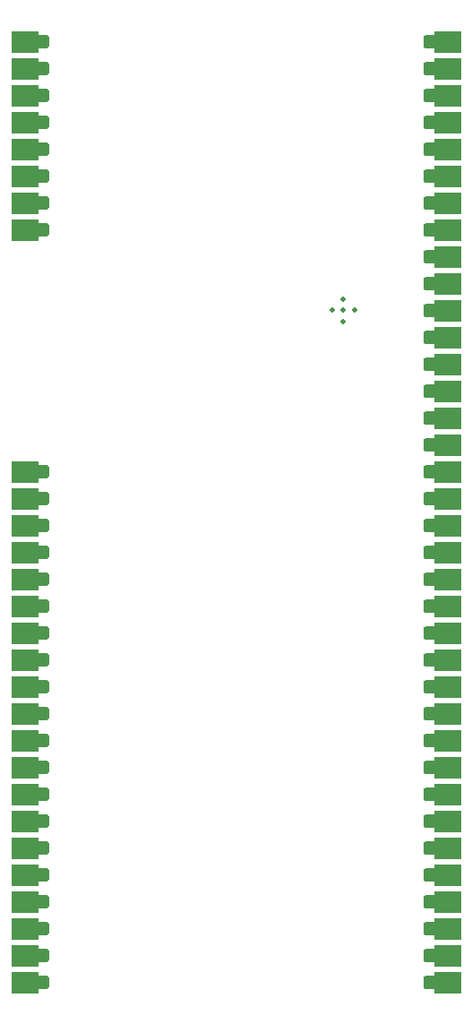
<source format=gbs>
G04 #@! TF.GenerationSoftware,KiCad,Pcbnew,9.0.1+1*
G04 #@! TF.CreationDate,2025-11-11T08:29:33+00:00*
G04 #@! TF.ProjectId,lcd-panel,6c63642d-7061-46e6-956c-2e6b69636164,rev?*
G04 #@! TF.SameCoordinates,Original*
G04 #@! TF.FileFunction,Soldermask,Bot*
G04 #@! TF.FilePolarity,Negative*
%FSLAX46Y46*%
G04 Gerber Fmt 4.6, Leading zero omitted, Abs format (unit mm)*
G04 Created by KiCad (PCBNEW 9.0.1+1) date 2025-11-11 08:29:33*
%MOMM*%
%LPD*%
G01*
G04 APERTURE LIST*
%ADD10R,2.540000X2.000000*%
%ADD11C,0.500000*%
G04 APERTURE END LIST*
D10*
X88400000Y-51440000D03*
G36*
G01*
X90725000Y-51065000D02*
X90725000Y-51815000D01*
G75*
G02*
X90475000Y-52065000I-250000J0D01*
G01*
X89725000Y-52065000D01*
G75*
G02*
X89475000Y-51815000I0J250000D01*
G01*
X89475000Y-51065000D01*
G75*
G02*
X89725000Y-50815000I250000J0D01*
G01*
X90475000Y-50815000D01*
G75*
G02*
X90725000Y-51065000I0J-250000D01*
G01*
G37*
X88400000Y-53980000D03*
G36*
G01*
X90725000Y-53605000D02*
X90725000Y-54355000D01*
G75*
G02*
X90475000Y-54605000I-250000J0D01*
G01*
X89725000Y-54605000D01*
G75*
G02*
X89475000Y-54355000I0J250000D01*
G01*
X89475000Y-53605000D01*
G75*
G02*
X89725000Y-53355000I250000J0D01*
G01*
X90475000Y-53355000D01*
G75*
G02*
X90725000Y-53605000I0J-250000D01*
G01*
G37*
X88400000Y-56520000D03*
G36*
G01*
X90725000Y-56145000D02*
X90725000Y-56895000D01*
G75*
G02*
X90475000Y-57145000I-250000J0D01*
G01*
X89725000Y-57145000D01*
G75*
G02*
X89475000Y-56895000I0J250000D01*
G01*
X89475000Y-56145000D01*
G75*
G02*
X89725000Y-55895000I250000J0D01*
G01*
X90475000Y-55895000D01*
G75*
G02*
X90725000Y-56145000I0J-250000D01*
G01*
G37*
X88400000Y-59060000D03*
G36*
G01*
X90725000Y-58685000D02*
X90725000Y-59435000D01*
G75*
G02*
X90475000Y-59685000I-250000J0D01*
G01*
X89725000Y-59685000D01*
G75*
G02*
X89475000Y-59435000I0J250000D01*
G01*
X89475000Y-58685000D01*
G75*
G02*
X89725000Y-58435000I250000J0D01*
G01*
X90475000Y-58435000D01*
G75*
G02*
X90725000Y-58685000I0J-250000D01*
G01*
G37*
X88400000Y-61600000D03*
G36*
G01*
X90725000Y-61225000D02*
X90725000Y-61975000D01*
G75*
G02*
X90475000Y-62225000I-250000J0D01*
G01*
X89725000Y-62225000D01*
G75*
G02*
X89475000Y-61975000I0J250000D01*
G01*
X89475000Y-61225000D01*
G75*
G02*
X89725000Y-60975000I250000J0D01*
G01*
X90475000Y-60975000D01*
G75*
G02*
X90725000Y-61225000I0J-250000D01*
G01*
G37*
X88400000Y-64140000D03*
G36*
G01*
X90725000Y-63765000D02*
X90725000Y-64515000D01*
G75*
G02*
X90475000Y-64765000I-250000J0D01*
G01*
X89725000Y-64765000D01*
G75*
G02*
X89475000Y-64515000I0J250000D01*
G01*
X89475000Y-63765000D01*
G75*
G02*
X89725000Y-63515000I250000J0D01*
G01*
X90475000Y-63515000D01*
G75*
G02*
X90725000Y-63765000I0J-250000D01*
G01*
G37*
X88400000Y-66680000D03*
G36*
G01*
X90725000Y-66305000D02*
X90725000Y-67055000D01*
G75*
G02*
X90475000Y-67305000I-250000J0D01*
G01*
X89725000Y-67305000D01*
G75*
G02*
X89475000Y-67055000I0J250000D01*
G01*
X89475000Y-66305000D01*
G75*
G02*
X89725000Y-66055000I250000J0D01*
G01*
X90475000Y-66055000D01*
G75*
G02*
X90725000Y-66305000I0J-250000D01*
G01*
G37*
X88400000Y-69220000D03*
G36*
G01*
X90725000Y-68845000D02*
X90725000Y-69595000D01*
G75*
G02*
X90475000Y-69845000I-250000J0D01*
G01*
X89725000Y-69845000D01*
G75*
G02*
X89475000Y-69595000I0J250000D01*
G01*
X89475000Y-68845000D01*
G75*
G02*
X89725000Y-68595000I250000J0D01*
G01*
X90475000Y-68595000D01*
G75*
G02*
X90725000Y-68845000I0J-250000D01*
G01*
G37*
X88400000Y-92080000D03*
G36*
G01*
X90725000Y-91705000D02*
X90725000Y-92455000D01*
G75*
G02*
X90475000Y-92705000I-250000J0D01*
G01*
X89725000Y-92705000D01*
G75*
G02*
X89475000Y-92455000I0J250000D01*
G01*
X89475000Y-91705000D01*
G75*
G02*
X89725000Y-91455000I250000J0D01*
G01*
X90475000Y-91455000D01*
G75*
G02*
X90725000Y-91705000I0J-250000D01*
G01*
G37*
X88400000Y-94620000D03*
G36*
G01*
X90725000Y-94245000D02*
X90725000Y-94995000D01*
G75*
G02*
X90475000Y-95245000I-250000J0D01*
G01*
X89725000Y-95245000D01*
G75*
G02*
X89475000Y-94995000I0J250000D01*
G01*
X89475000Y-94245000D01*
G75*
G02*
X89725000Y-93995000I250000J0D01*
G01*
X90475000Y-93995000D01*
G75*
G02*
X90725000Y-94245000I0J-250000D01*
G01*
G37*
X88400000Y-97160000D03*
G36*
G01*
X90725000Y-96785000D02*
X90725000Y-97535000D01*
G75*
G02*
X90475000Y-97785000I-250000J0D01*
G01*
X89725000Y-97785000D01*
G75*
G02*
X89475000Y-97535000I0J250000D01*
G01*
X89475000Y-96785000D01*
G75*
G02*
X89725000Y-96535000I250000J0D01*
G01*
X90475000Y-96535000D01*
G75*
G02*
X90725000Y-96785000I0J-250000D01*
G01*
G37*
X88400000Y-99700000D03*
G36*
G01*
X90725000Y-99325000D02*
X90725000Y-100075000D01*
G75*
G02*
X90475000Y-100325000I-250000J0D01*
G01*
X89725000Y-100325000D01*
G75*
G02*
X89475000Y-100075000I0J250000D01*
G01*
X89475000Y-99325000D01*
G75*
G02*
X89725000Y-99075000I250000J0D01*
G01*
X90475000Y-99075000D01*
G75*
G02*
X90725000Y-99325000I0J-250000D01*
G01*
G37*
X88400000Y-102240000D03*
G36*
G01*
X90725000Y-101865000D02*
X90725000Y-102615000D01*
G75*
G02*
X90475000Y-102865000I-250000J0D01*
G01*
X89725000Y-102865000D01*
G75*
G02*
X89475000Y-102615000I0J250000D01*
G01*
X89475000Y-101865000D01*
G75*
G02*
X89725000Y-101615000I250000J0D01*
G01*
X90475000Y-101615000D01*
G75*
G02*
X90725000Y-101865000I0J-250000D01*
G01*
G37*
X88400000Y-104780000D03*
G36*
G01*
X90725000Y-104405000D02*
X90725000Y-105155000D01*
G75*
G02*
X90475000Y-105405000I-250000J0D01*
G01*
X89725000Y-105405000D01*
G75*
G02*
X89475000Y-105155000I0J250000D01*
G01*
X89475000Y-104405000D01*
G75*
G02*
X89725000Y-104155000I250000J0D01*
G01*
X90475000Y-104155000D01*
G75*
G02*
X90725000Y-104405000I0J-250000D01*
G01*
G37*
X88400000Y-107320000D03*
G36*
G01*
X90725000Y-106945000D02*
X90725000Y-107695000D01*
G75*
G02*
X90475000Y-107945000I-250000J0D01*
G01*
X89725000Y-107945000D01*
G75*
G02*
X89475000Y-107695000I0J250000D01*
G01*
X89475000Y-106945000D01*
G75*
G02*
X89725000Y-106695000I250000J0D01*
G01*
X90475000Y-106695000D01*
G75*
G02*
X90725000Y-106945000I0J-250000D01*
G01*
G37*
X88400000Y-109860000D03*
G36*
G01*
X90725000Y-109485000D02*
X90725000Y-110235000D01*
G75*
G02*
X90475000Y-110485000I-250000J0D01*
G01*
X89725000Y-110485000D01*
G75*
G02*
X89475000Y-110235000I0J250000D01*
G01*
X89475000Y-109485000D01*
G75*
G02*
X89725000Y-109235000I250000J0D01*
G01*
X90475000Y-109235000D01*
G75*
G02*
X90725000Y-109485000I0J-250000D01*
G01*
G37*
X88400000Y-112400000D03*
G36*
G01*
X90725000Y-112025000D02*
X90725000Y-112775000D01*
G75*
G02*
X90475000Y-113025000I-250000J0D01*
G01*
X89725000Y-113025000D01*
G75*
G02*
X89475000Y-112775000I0J250000D01*
G01*
X89475000Y-112025000D01*
G75*
G02*
X89725000Y-111775000I250000J0D01*
G01*
X90475000Y-111775000D01*
G75*
G02*
X90725000Y-112025000I0J-250000D01*
G01*
G37*
X88400000Y-114940000D03*
G36*
G01*
X90725000Y-114565000D02*
X90725000Y-115315000D01*
G75*
G02*
X90475000Y-115565000I-250000J0D01*
G01*
X89725000Y-115565000D01*
G75*
G02*
X89475000Y-115315000I0J250000D01*
G01*
X89475000Y-114565000D01*
G75*
G02*
X89725000Y-114315000I250000J0D01*
G01*
X90475000Y-114315000D01*
G75*
G02*
X90725000Y-114565000I0J-250000D01*
G01*
G37*
X88400000Y-117480000D03*
G36*
G01*
X90725000Y-117105000D02*
X90725000Y-117855000D01*
G75*
G02*
X90475000Y-118105000I-250000J0D01*
G01*
X89725000Y-118105000D01*
G75*
G02*
X89475000Y-117855000I0J250000D01*
G01*
X89475000Y-117105000D01*
G75*
G02*
X89725000Y-116855000I250000J0D01*
G01*
X90475000Y-116855000D01*
G75*
G02*
X90725000Y-117105000I0J-250000D01*
G01*
G37*
X88400000Y-120020000D03*
G36*
G01*
X90725000Y-119645000D02*
X90725000Y-120395000D01*
G75*
G02*
X90475000Y-120645000I-250000J0D01*
G01*
X89725000Y-120645000D01*
G75*
G02*
X89475000Y-120395000I0J250000D01*
G01*
X89475000Y-119645000D01*
G75*
G02*
X89725000Y-119395000I250000J0D01*
G01*
X90475000Y-119395000D01*
G75*
G02*
X90725000Y-119645000I0J-250000D01*
G01*
G37*
X88400000Y-122560000D03*
G36*
G01*
X90725000Y-122185000D02*
X90725000Y-122935000D01*
G75*
G02*
X90475000Y-123185000I-250000J0D01*
G01*
X89725000Y-123185000D01*
G75*
G02*
X89475000Y-122935000I0J250000D01*
G01*
X89475000Y-122185000D01*
G75*
G02*
X89725000Y-121935000I250000J0D01*
G01*
X90475000Y-121935000D01*
G75*
G02*
X90725000Y-122185000I0J-250000D01*
G01*
G37*
X88400000Y-125100000D03*
G36*
G01*
X90725000Y-124725000D02*
X90725000Y-125475000D01*
G75*
G02*
X90475000Y-125725000I-250000J0D01*
G01*
X89725000Y-125725000D01*
G75*
G02*
X89475000Y-125475000I0J250000D01*
G01*
X89475000Y-124725000D01*
G75*
G02*
X89725000Y-124475000I250000J0D01*
G01*
X90475000Y-124475000D01*
G75*
G02*
X90725000Y-124725000I0J-250000D01*
G01*
G37*
X88400000Y-127640000D03*
G36*
G01*
X90725000Y-127265000D02*
X90725000Y-128015000D01*
G75*
G02*
X90475000Y-128265000I-250000J0D01*
G01*
X89725000Y-128265000D01*
G75*
G02*
X89475000Y-128015000I0J250000D01*
G01*
X89475000Y-127265000D01*
G75*
G02*
X89725000Y-127015000I250000J0D01*
G01*
X90475000Y-127015000D01*
G75*
G02*
X90725000Y-127265000I0J-250000D01*
G01*
G37*
X88400000Y-130180000D03*
G36*
G01*
X90725000Y-129805000D02*
X90725000Y-130555000D01*
G75*
G02*
X90475000Y-130805000I-250000J0D01*
G01*
X89725000Y-130805000D01*
G75*
G02*
X89475000Y-130555000I0J250000D01*
G01*
X89475000Y-129805000D01*
G75*
G02*
X89725000Y-129555000I250000J0D01*
G01*
X90475000Y-129555000D01*
G75*
G02*
X90725000Y-129805000I0J-250000D01*
G01*
G37*
X88400000Y-132720000D03*
G36*
G01*
X90725000Y-132345000D02*
X90725000Y-133095000D01*
G75*
G02*
X90475000Y-133345000I-250000J0D01*
G01*
X89725000Y-133345000D01*
G75*
G02*
X89475000Y-133095000I0J250000D01*
G01*
X89475000Y-132345000D01*
G75*
G02*
X89725000Y-132095000I250000J0D01*
G01*
X90475000Y-132095000D01*
G75*
G02*
X90725000Y-132345000I0J-250000D01*
G01*
G37*
X88400000Y-135260000D03*
G36*
G01*
X90725000Y-134885000D02*
X90725000Y-135635000D01*
G75*
G02*
X90475000Y-135885000I-250000J0D01*
G01*
X89725000Y-135885000D01*
G75*
G02*
X89475000Y-135635000I0J250000D01*
G01*
X89475000Y-134885000D01*
G75*
G02*
X89725000Y-134635000I250000J0D01*
G01*
X90475000Y-134635000D01*
G75*
G02*
X90725000Y-134885000I0J-250000D01*
G01*
G37*
X88400000Y-137800000D03*
G36*
G01*
X90725000Y-137425000D02*
X90725000Y-138175000D01*
G75*
G02*
X90475000Y-138425000I-250000J0D01*
G01*
X89725000Y-138425000D01*
G75*
G02*
X89475000Y-138175000I0J250000D01*
G01*
X89475000Y-137425000D01*
G75*
G02*
X89725000Y-137175000I250000J0D01*
G01*
X90475000Y-137175000D01*
G75*
G02*
X90725000Y-137425000I0J-250000D01*
G01*
G37*
X88400000Y-140340000D03*
G36*
G01*
X90725000Y-139965000D02*
X90725000Y-140715000D01*
G75*
G02*
X90475000Y-140965000I-250000J0D01*
G01*
X89725000Y-140965000D01*
G75*
G02*
X89475000Y-140715000I0J250000D01*
G01*
X89475000Y-139965000D01*
G75*
G02*
X89725000Y-139715000I250000J0D01*
G01*
X90475000Y-139715000D01*
G75*
G02*
X90725000Y-139965000I0J-250000D01*
G01*
G37*
G36*
G01*
X127325000Y-51065000D02*
X127325000Y-51815000D01*
G75*
G02*
X127075000Y-52065000I-250000J0D01*
G01*
X126325000Y-52065000D01*
G75*
G02*
X126075000Y-51815000I0J250000D01*
G01*
X126075000Y-51065000D01*
G75*
G02*
X126325000Y-50815000I250000J0D01*
G01*
X127075000Y-50815000D01*
G75*
G02*
X127325000Y-51065000I0J-250000D01*
G01*
G37*
X128400000Y-51440000D03*
G36*
G01*
X127325000Y-53605000D02*
X127325000Y-54355000D01*
G75*
G02*
X127075000Y-54605000I-250000J0D01*
G01*
X126325000Y-54605000D01*
G75*
G02*
X126075000Y-54355000I0J250000D01*
G01*
X126075000Y-53605000D01*
G75*
G02*
X126325000Y-53355000I250000J0D01*
G01*
X127075000Y-53355000D01*
G75*
G02*
X127325000Y-53605000I0J-250000D01*
G01*
G37*
X128400000Y-53980000D03*
G36*
G01*
X127325000Y-56145000D02*
X127325000Y-56895000D01*
G75*
G02*
X127075000Y-57145000I-250000J0D01*
G01*
X126325000Y-57145000D01*
G75*
G02*
X126075000Y-56895000I0J250000D01*
G01*
X126075000Y-56145000D01*
G75*
G02*
X126325000Y-55895000I250000J0D01*
G01*
X127075000Y-55895000D01*
G75*
G02*
X127325000Y-56145000I0J-250000D01*
G01*
G37*
X128400000Y-56520000D03*
G36*
G01*
X127325000Y-58685000D02*
X127325000Y-59435000D01*
G75*
G02*
X127075000Y-59685000I-250000J0D01*
G01*
X126325000Y-59685000D01*
G75*
G02*
X126075000Y-59435000I0J250000D01*
G01*
X126075000Y-58685000D01*
G75*
G02*
X126325000Y-58435000I250000J0D01*
G01*
X127075000Y-58435000D01*
G75*
G02*
X127325000Y-58685000I0J-250000D01*
G01*
G37*
X128400000Y-59060000D03*
G36*
G01*
X127325000Y-61225000D02*
X127325000Y-61975000D01*
G75*
G02*
X127075000Y-62225000I-250000J0D01*
G01*
X126325000Y-62225000D01*
G75*
G02*
X126075000Y-61975000I0J250000D01*
G01*
X126075000Y-61225000D01*
G75*
G02*
X126325000Y-60975000I250000J0D01*
G01*
X127075000Y-60975000D01*
G75*
G02*
X127325000Y-61225000I0J-250000D01*
G01*
G37*
X128400000Y-61600000D03*
G36*
G01*
X127325000Y-63765000D02*
X127325000Y-64515000D01*
G75*
G02*
X127075000Y-64765000I-250000J0D01*
G01*
X126325000Y-64765000D01*
G75*
G02*
X126075000Y-64515000I0J250000D01*
G01*
X126075000Y-63765000D01*
G75*
G02*
X126325000Y-63515000I250000J0D01*
G01*
X127075000Y-63515000D01*
G75*
G02*
X127325000Y-63765000I0J-250000D01*
G01*
G37*
X128400000Y-64140000D03*
G36*
G01*
X127325000Y-66305000D02*
X127325000Y-67055000D01*
G75*
G02*
X127075000Y-67305000I-250000J0D01*
G01*
X126325000Y-67305000D01*
G75*
G02*
X126075000Y-67055000I0J250000D01*
G01*
X126075000Y-66305000D01*
G75*
G02*
X126325000Y-66055000I250000J0D01*
G01*
X127075000Y-66055000D01*
G75*
G02*
X127325000Y-66305000I0J-250000D01*
G01*
G37*
X128400000Y-66680000D03*
G36*
G01*
X127325000Y-68845000D02*
X127325000Y-69595000D01*
G75*
G02*
X127075000Y-69845000I-250000J0D01*
G01*
X126325000Y-69845000D01*
G75*
G02*
X126075000Y-69595000I0J250000D01*
G01*
X126075000Y-68845000D01*
G75*
G02*
X126325000Y-68595000I250000J0D01*
G01*
X127075000Y-68595000D01*
G75*
G02*
X127325000Y-68845000I0J-250000D01*
G01*
G37*
X128400000Y-69220000D03*
G36*
G01*
X127325000Y-71385000D02*
X127325000Y-72135000D01*
G75*
G02*
X127075000Y-72385000I-250000J0D01*
G01*
X126325000Y-72385000D01*
G75*
G02*
X126075000Y-72135000I0J250000D01*
G01*
X126075000Y-71385000D01*
G75*
G02*
X126325000Y-71135000I250000J0D01*
G01*
X127075000Y-71135000D01*
G75*
G02*
X127325000Y-71385000I0J-250000D01*
G01*
G37*
X128400000Y-71760000D03*
G36*
G01*
X127325000Y-73925000D02*
X127325000Y-74675000D01*
G75*
G02*
X127075000Y-74925000I-250000J0D01*
G01*
X126325000Y-74925000D01*
G75*
G02*
X126075000Y-74675000I0J250000D01*
G01*
X126075000Y-73925000D01*
G75*
G02*
X126325000Y-73675000I250000J0D01*
G01*
X127075000Y-73675000D01*
G75*
G02*
X127325000Y-73925000I0J-250000D01*
G01*
G37*
X128400000Y-74300000D03*
G36*
G01*
X127325000Y-76465000D02*
X127325000Y-77215000D01*
G75*
G02*
X127075000Y-77465000I-250000J0D01*
G01*
X126325000Y-77465000D01*
G75*
G02*
X126075000Y-77215000I0J250000D01*
G01*
X126075000Y-76465000D01*
G75*
G02*
X126325000Y-76215000I250000J0D01*
G01*
X127075000Y-76215000D01*
G75*
G02*
X127325000Y-76465000I0J-250000D01*
G01*
G37*
X128400000Y-76840000D03*
G36*
G01*
X127325000Y-79005000D02*
X127325000Y-79755000D01*
G75*
G02*
X127075000Y-80005000I-250000J0D01*
G01*
X126325000Y-80005000D01*
G75*
G02*
X126075000Y-79755000I0J250000D01*
G01*
X126075000Y-79005000D01*
G75*
G02*
X126325000Y-78755000I250000J0D01*
G01*
X127075000Y-78755000D01*
G75*
G02*
X127325000Y-79005000I0J-250000D01*
G01*
G37*
X128400000Y-79380000D03*
G36*
G01*
X127325000Y-81545000D02*
X127325000Y-82295000D01*
G75*
G02*
X127075000Y-82545000I-250000J0D01*
G01*
X126325000Y-82545000D01*
G75*
G02*
X126075000Y-82295000I0J250000D01*
G01*
X126075000Y-81545000D01*
G75*
G02*
X126325000Y-81295000I250000J0D01*
G01*
X127075000Y-81295000D01*
G75*
G02*
X127325000Y-81545000I0J-250000D01*
G01*
G37*
X128400000Y-81920000D03*
G36*
G01*
X127325000Y-84085000D02*
X127325000Y-84835000D01*
G75*
G02*
X127075000Y-85085000I-250000J0D01*
G01*
X126325000Y-85085000D01*
G75*
G02*
X126075000Y-84835000I0J250000D01*
G01*
X126075000Y-84085000D01*
G75*
G02*
X126325000Y-83835000I250000J0D01*
G01*
X127075000Y-83835000D01*
G75*
G02*
X127325000Y-84085000I0J-250000D01*
G01*
G37*
X128400000Y-84460000D03*
G36*
G01*
X127325000Y-86625000D02*
X127325000Y-87375000D01*
G75*
G02*
X127075000Y-87625000I-250000J0D01*
G01*
X126325000Y-87625000D01*
G75*
G02*
X126075000Y-87375000I0J250000D01*
G01*
X126075000Y-86625000D01*
G75*
G02*
X126325000Y-86375000I250000J0D01*
G01*
X127075000Y-86375000D01*
G75*
G02*
X127325000Y-86625000I0J-250000D01*
G01*
G37*
X128400000Y-87000000D03*
G36*
G01*
X127325000Y-89165000D02*
X127325000Y-89915000D01*
G75*
G02*
X127075000Y-90165000I-250000J0D01*
G01*
X126325000Y-90165000D01*
G75*
G02*
X126075000Y-89915000I0J250000D01*
G01*
X126075000Y-89165000D01*
G75*
G02*
X126325000Y-88915000I250000J0D01*
G01*
X127075000Y-88915000D01*
G75*
G02*
X127325000Y-89165000I0J-250000D01*
G01*
G37*
X128400000Y-89540000D03*
G36*
G01*
X127325000Y-91705000D02*
X127325000Y-92455000D01*
G75*
G02*
X127075000Y-92705000I-250000J0D01*
G01*
X126325000Y-92705000D01*
G75*
G02*
X126075000Y-92455000I0J250000D01*
G01*
X126075000Y-91705000D01*
G75*
G02*
X126325000Y-91455000I250000J0D01*
G01*
X127075000Y-91455000D01*
G75*
G02*
X127325000Y-91705000I0J-250000D01*
G01*
G37*
X128400000Y-92080000D03*
G36*
G01*
X127325000Y-94245000D02*
X127325000Y-94995000D01*
G75*
G02*
X127075000Y-95245000I-250000J0D01*
G01*
X126325000Y-95245000D01*
G75*
G02*
X126075000Y-94995000I0J250000D01*
G01*
X126075000Y-94245000D01*
G75*
G02*
X126325000Y-93995000I250000J0D01*
G01*
X127075000Y-93995000D01*
G75*
G02*
X127325000Y-94245000I0J-250000D01*
G01*
G37*
X128400000Y-94620000D03*
G36*
G01*
X127325000Y-96785000D02*
X127325000Y-97535000D01*
G75*
G02*
X127075000Y-97785000I-250000J0D01*
G01*
X126325000Y-97785000D01*
G75*
G02*
X126075000Y-97535000I0J250000D01*
G01*
X126075000Y-96785000D01*
G75*
G02*
X126325000Y-96535000I250000J0D01*
G01*
X127075000Y-96535000D01*
G75*
G02*
X127325000Y-96785000I0J-250000D01*
G01*
G37*
X128400000Y-97160000D03*
G36*
G01*
X127325000Y-99325000D02*
X127325000Y-100075000D01*
G75*
G02*
X127075000Y-100325000I-250000J0D01*
G01*
X126325000Y-100325000D01*
G75*
G02*
X126075000Y-100075000I0J250000D01*
G01*
X126075000Y-99325000D01*
G75*
G02*
X126325000Y-99075000I250000J0D01*
G01*
X127075000Y-99075000D01*
G75*
G02*
X127325000Y-99325000I0J-250000D01*
G01*
G37*
X128400000Y-99700000D03*
G36*
G01*
X127325000Y-101865000D02*
X127325000Y-102615000D01*
G75*
G02*
X127075000Y-102865000I-250000J0D01*
G01*
X126325000Y-102865000D01*
G75*
G02*
X126075000Y-102615000I0J250000D01*
G01*
X126075000Y-101865000D01*
G75*
G02*
X126325000Y-101615000I250000J0D01*
G01*
X127075000Y-101615000D01*
G75*
G02*
X127325000Y-101865000I0J-250000D01*
G01*
G37*
X128400000Y-102240000D03*
G36*
G01*
X127325000Y-104405000D02*
X127325000Y-105155000D01*
G75*
G02*
X127075000Y-105405000I-250000J0D01*
G01*
X126325000Y-105405000D01*
G75*
G02*
X126075000Y-105155000I0J250000D01*
G01*
X126075000Y-104405000D01*
G75*
G02*
X126325000Y-104155000I250000J0D01*
G01*
X127075000Y-104155000D01*
G75*
G02*
X127325000Y-104405000I0J-250000D01*
G01*
G37*
X128400000Y-104780000D03*
G36*
G01*
X127325000Y-106945000D02*
X127325000Y-107695000D01*
G75*
G02*
X127075000Y-107945000I-250000J0D01*
G01*
X126325000Y-107945000D01*
G75*
G02*
X126075000Y-107695000I0J250000D01*
G01*
X126075000Y-106945000D01*
G75*
G02*
X126325000Y-106695000I250000J0D01*
G01*
X127075000Y-106695000D01*
G75*
G02*
X127325000Y-106945000I0J-250000D01*
G01*
G37*
X128400000Y-107320000D03*
G36*
G01*
X127325000Y-109485000D02*
X127325000Y-110235000D01*
G75*
G02*
X127075000Y-110485000I-250000J0D01*
G01*
X126325000Y-110485000D01*
G75*
G02*
X126075000Y-110235000I0J250000D01*
G01*
X126075000Y-109485000D01*
G75*
G02*
X126325000Y-109235000I250000J0D01*
G01*
X127075000Y-109235000D01*
G75*
G02*
X127325000Y-109485000I0J-250000D01*
G01*
G37*
X128400000Y-109860000D03*
G36*
G01*
X127325000Y-112025000D02*
X127325000Y-112775000D01*
G75*
G02*
X127075000Y-113025000I-250000J0D01*
G01*
X126325000Y-113025000D01*
G75*
G02*
X126075000Y-112775000I0J250000D01*
G01*
X126075000Y-112025000D01*
G75*
G02*
X126325000Y-111775000I250000J0D01*
G01*
X127075000Y-111775000D01*
G75*
G02*
X127325000Y-112025000I0J-250000D01*
G01*
G37*
X128400000Y-112400000D03*
G36*
G01*
X127325000Y-114565000D02*
X127325000Y-115315000D01*
G75*
G02*
X127075000Y-115565000I-250000J0D01*
G01*
X126325000Y-115565000D01*
G75*
G02*
X126075000Y-115315000I0J250000D01*
G01*
X126075000Y-114565000D01*
G75*
G02*
X126325000Y-114315000I250000J0D01*
G01*
X127075000Y-114315000D01*
G75*
G02*
X127325000Y-114565000I0J-250000D01*
G01*
G37*
X128400000Y-114940000D03*
G36*
G01*
X127325000Y-117105000D02*
X127325000Y-117855000D01*
G75*
G02*
X127075000Y-118105000I-250000J0D01*
G01*
X126325000Y-118105000D01*
G75*
G02*
X126075000Y-117855000I0J250000D01*
G01*
X126075000Y-117105000D01*
G75*
G02*
X126325000Y-116855000I250000J0D01*
G01*
X127075000Y-116855000D01*
G75*
G02*
X127325000Y-117105000I0J-250000D01*
G01*
G37*
X128400000Y-117480000D03*
G36*
G01*
X127325000Y-119645000D02*
X127325000Y-120395000D01*
G75*
G02*
X127075000Y-120645000I-250000J0D01*
G01*
X126325000Y-120645000D01*
G75*
G02*
X126075000Y-120395000I0J250000D01*
G01*
X126075000Y-119645000D01*
G75*
G02*
X126325000Y-119395000I250000J0D01*
G01*
X127075000Y-119395000D01*
G75*
G02*
X127325000Y-119645000I0J-250000D01*
G01*
G37*
X128400000Y-120020000D03*
G36*
G01*
X127325000Y-122185000D02*
X127325000Y-122935000D01*
G75*
G02*
X127075000Y-123185000I-250000J0D01*
G01*
X126325000Y-123185000D01*
G75*
G02*
X126075000Y-122935000I0J250000D01*
G01*
X126075000Y-122185000D01*
G75*
G02*
X126325000Y-121935000I250000J0D01*
G01*
X127075000Y-121935000D01*
G75*
G02*
X127325000Y-122185000I0J-250000D01*
G01*
G37*
X128400000Y-122560000D03*
G36*
G01*
X127325000Y-124725000D02*
X127325000Y-125475000D01*
G75*
G02*
X127075000Y-125725000I-250000J0D01*
G01*
X126325000Y-125725000D01*
G75*
G02*
X126075000Y-125475000I0J250000D01*
G01*
X126075000Y-124725000D01*
G75*
G02*
X126325000Y-124475000I250000J0D01*
G01*
X127075000Y-124475000D01*
G75*
G02*
X127325000Y-124725000I0J-250000D01*
G01*
G37*
X128400000Y-125100000D03*
G36*
G01*
X127325000Y-127265000D02*
X127325000Y-128015000D01*
G75*
G02*
X127075000Y-128265000I-250000J0D01*
G01*
X126325000Y-128265000D01*
G75*
G02*
X126075000Y-128015000I0J250000D01*
G01*
X126075000Y-127265000D01*
G75*
G02*
X126325000Y-127015000I250000J0D01*
G01*
X127075000Y-127015000D01*
G75*
G02*
X127325000Y-127265000I0J-250000D01*
G01*
G37*
X128400000Y-127640000D03*
G36*
G01*
X127325000Y-129805000D02*
X127325000Y-130555000D01*
G75*
G02*
X127075000Y-130805000I-250000J0D01*
G01*
X126325000Y-130805000D01*
G75*
G02*
X126075000Y-130555000I0J250000D01*
G01*
X126075000Y-129805000D01*
G75*
G02*
X126325000Y-129555000I250000J0D01*
G01*
X127075000Y-129555000D01*
G75*
G02*
X127325000Y-129805000I0J-250000D01*
G01*
G37*
X128400000Y-130180000D03*
G36*
G01*
X127325000Y-132345000D02*
X127325000Y-133095000D01*
G75*
G02*
X127075000Y-133345000I-250000J0D01*
G01*
X126325000Y-133345000D01*
G75*
G02*
X126075000Y-133095000I0J250000D01*
G01*
X126075000Y-132345000D01*
G75*
G02*
X126325000Y-132095000I250000J0D01*
G01*
X127075000Y-132095000D01*
G75*
G02*
X127325000Y-132345000I0J-250000D01*
G01*
G37*
X128400000Y-132720000D03*
G36*
G01*
X127325000Y-134885000D02*
X127325000Y-135635000D01*
G75*
G02*
X127075000Y-135885000I-250000J0D01*
G01*
X126325000Y-135885000D01*
G75*
G02*
X126075000Y-135635000I0J250000D01*
G01*
X126075000Y-134885000D01*
G75*
G02*
X126325000Y-134635000I250000J0D01*
G01*
X127075000Y-134635000D01*
G75*
G02*
X127325000Y-134885000I0J-250000D01*
G01*
G37*
X128400000Y-135260000D03*
G36*
G01*
X127325000Y-137425000D02*
X127325000Y-138175000D01*
G75*
G02*
X127075000Y-138425000I-250000J0D01*
G01*
X126325000Y-138425000D01*
G75*
G02*
X126075000Y-138175000I0J250000D01*
G01*
X126075000Y-137425000D01*
G75*
G02*
X126325000Y-137175000I250000J0D01*
G01*
X127075000Y-137175000D01*
G75*
G02*
X127325000Y-137425000I0J-250000D01*
G01*
G37*
X128400000Y-137800000D03*
G36*
G01*
X127325000Y-139965000D02*
X127325000Y-140715000D01*
G75*
G02*
X127075000Y-140965000I-250000J0D01*
G01*
X126325000Y-140965000D01*
G75*
G02*
X126075000Y-140715000I0J250000D01*
G01*
X126075000Y-139965000D01*
G75*
G02*
X126325000Y-139715000I250000J0D01*
G01*
X127075000Y-139715000D01*
G75*
G02*
X127325000Y-139965000I0J-250000D01*
G01*
G37*
X128400000Y-140340000D03*
D11*
X117479999Y-76820001D03*
X118530000Y-75770001D03*
X118530000Y-76820001D03*
X118530000Y-77870001D03*
X119580000Y-76820001D03*
M02*

</source>
